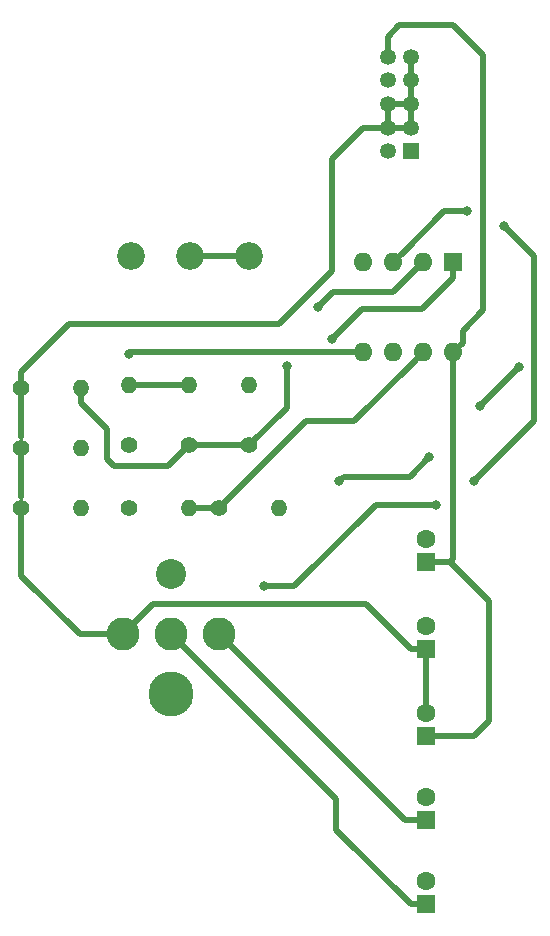
<source format=gbr>
G04 #@! TF.GenerationSoftware,KiCad,Pcbnew,(5.1.4)-1*
G04 #@! TF.CreationDate,2019-10-01T00:12:14+07:00*
G04 #@! TF.ProjectId,Microphone-PreAmp,4d696372-6f70-4686-9f6e-652d50726541,rev?*
G04 #@! TF.SameCoordinates,Original*
G04 #@! TF.FileFunction,Copper,L1,Top*
G04 #@! TF.FilePolarity,Positive*
%FSLAX46Y46*%
G04 Gerber Fmt 4.6, Leading zero omitted, Abs format (unit mm)*
G04 Created by KiCad (PCBNEW (5.1.4)-1) date 2019-10-01 00:12:14*
%MOMM*%
%LPD*%
G04 APERTURE LIST*
%ADD10R,1.600000X1.600000*%
%ADD11C,1.600000*%
%ADD12C,1.350000*%
%ADD13R,1.350000X1.350000*%
%ADD14C,3.810000*%
%ADD15C,2.790000*%
%ADD16C,2.540000*%
%ADD17C,1.400000*%
%ADD18O,1.400000X1.400000*%
%ADD19O,1.600000X1.600000*%
%ADD20C,2.340000*%
%ADD21C,0.800000*%
%ADD22C,0.500000*%
%ADD23C,0.250000*%
G04 APERTURE END LIST*
D10*
X93726000Y-101854000D03*
D11*
X93726000Y-99854000D03*
D10*
X93726000Y-123444000D03*
D11*
X93726000Y-121444000D03*
X93726000Y-114332000D03*
D10*
X93726000Y-116332000D03*
D11*
X93726000Y-107220000D03*
D10*
X93726000Y-109220000D03*
D11*
X93726000Y-92488000D03*
D10*
X93726000Y-94488000D03*
D12*
X90456000Y-51690000D03*
X90456000Y-53690000D03*
X90456000Y-55690000D03*
X90456000Y-57690000D03*
X90456000Y-59690000D03*
X92456000Y-51690000D03*
X92456000Y-53690000D03*
X92456000Y-55690000D03*
X92456000Y-57690000D03*
D13*
X92456000Y-59690000D03*
D14*
X72132000Y-105664000D03*
D15*
X72132000Y-100584000D03*
D16*
X72132000Y-95504000D03*
D15*
X76202000Y-100584000D03*
X68072000Y-100584000D03*
D17*
X59436000Y-89916000D03*
D18*
X64516000Y-89916000D03*
X64516000Y-84836000D03*
D17*
X59436000Y-84836000D03*
X73660000Y-84582000D03*
D18*
X73660000Y-79502000D03*
D17*
X59436000Y-79756000D03*
D18*
X64516000Y-79756000D03*
X68580000Y-79502000D03*
D17*
X68580000Y-84582000D03*
D18*
X78740000Y-79502000D03*
D17*
X78740000Y-84582000D03*
X68580000Y-89916000D03*
D18*
X73660000Y-89916000D03*
X81280000Y-89916000D03*
D17*
X76200000Y-89916000D03*
D19*
X96012000Y-76708000D03*
X88392000Y-69088000D03*
X93472000Y-76708000D03*
X90932000Y-69088000D03*
X90932000Y-76708000D03*
X93472000Y-69088000D03*
X88392000Y-76708000D03*
D10*
X96012000Y-69088000D03*
D20*
X78740000Y-68580000D03*
X73740000Y-68580000D03*
X68740000Y-68580000D03*
D21*
X80010000Y-96520000D03*
X94549990Y-89600010D03*
X97790000Y-87630000D03*
X100330000Y-66040000D03*
X97155000Y-64770000D03*
X68580000Y-76835000D03*
X86360000Y-87630000D03*
X93980000Y-85598000D03*
X98298000Y-81280000D03*
X101600000Y-77978000D03*
X81915000Y-77851000D03*
X84582000Y-72898000D03*
X85725000Y-75565000D03*
D22*
X92426000Y-123444000D02*
X93726000Y-123444000D01*
X86104000Y-117122000D02*
X92426000Y-123444000D01*
X86104000Y-114556000D02*
X86104000Y-117122000D01*
X86104000Y-114556000D02*
X72132000Y-100584000D01*
X90932000Y-69088000D02*
X91731999Y-68288001D01*
X91731999Y-68288001D02*
X95250000Y-64770000D01*
X95250000Y-64770000D02*
X97155000Y-64770000D01*
X80010000Y-96520000D02*
X82484990Y-96520000D01*
X82550000Y-96520000D02*
X89469990Y-89600010D01*
X82484990Y-96520000D02*
X82550000Y-96520000D01*
X97155000Y-64770000D02*
X97155000Y-64770000D01*
X89469990Y-89600010D02*
X94549990Y-89600010D01*
X94549990Y-89600010D02*
X94549990Y-89600010D01*
X101600000Y-83820000D02*
X97790000Y-87630000D01*
X102870000Y-82550000D02*
X101600000Y-83820000D01*
X100330000Y-66040000D02*
X100330000Y-66040000D01*
X102870000Y-68580000D02*
X102870000Y-82550000D01*
X100330000Y-66040000D02*
X102870000Y-68580000D01*
X97155000Y-64770000D02*
X97155000Y-64770000D01*
X88392000Y-76708000D02*
X68707000Y-76708000D01*
X91950000Y-116332000D02*
X76202000Y-100584000D01*
X93726000Y-116332000D02*
X91950000Y-116332000D01*
X59436000Y-89916000D02*
X59436000Y-95631000D01*
X64389000Y-100584000D02*
X68072000Y-100584000D01*
X59436000Y-95631000D02*
X64389000Y-100584000D01*
X59436000Y-88926051D02*
X59436000Y-84836000D01*
D23*
X59436000Y-89916000D02*
X59436000Y-88926051D01*
D22*
X59436000Y-83846051D02*
X59436000Y-79756000D01*
D23*
X59436000Y-84836000D02*
X59436000Y-83846051D01*
D22*
X59436000Y-78359000D02*
X59436000Y-79756000D01*
X63500000Y-74295000D02*
X59436000Y-78359000D01*
X81280000Y-74295000D02*
X63500000Y-74295000D01*
X90456000Y-57690000D02*
X88360000Y-57690000D01*
X88360000Y-57690000D02*
X85725000Y-60325000D01*
X85725000Y-60325000D02*
X85725000Y-69850000D01*
X85725000Y-69850000D02*
X84137500Y-71437500D01*
X84137500Y-71437500D02*
X81280000Y-74295000D01*
X90456000Y-57690000D02*
X92456000Y-57690000D01*
X92456000Y-57690000D02*
X92456000Y-55690000D01*
X92456000Y-55690000D02*
X90456000Y-55690000D01*
X90456000Y-55690000D02*
X90456000Y-57690000D01*
X92456000Y-55690000D02*
X92456000Y-53690000D01*
X92456000Y-53690000D02*
X92456000Y-51690000D01*
X93726000Y-107220000D02*
X93726000Y-101854000D01*
X68072000Y-100584000D02*
X70612000Y-98044000D01*
X92426000Y-101854000D02*
X93726000Y-101854000D01*
X88616000Y-98044000D02*
X92426000Y-101854000D01*
X70612000Y-98044000D02*
X88616000Y-98044000D01*
X97790000Y-109220000D02*
X93726000Y-109220000D01*
X99060000Y-107950000D02*
X97790000Y-109220000D01*
X99060000Y-97790000D02*
X99060000Y-107950000D01*
X93726000Y-94488000D02*
X95758000Y-94488000D01*
X95758000Y-94488000D02*
X99060000Y-97790000D01*
X96012000Y-94234000D02*
X96012000Y-76708000D01*
X95758000Y-94488000D02*
X96012000Y-94234000D01*
X96811999Y-75908001D02*
X96012000Y-76708000D01*
X96811999Y-74892001D02*
X96811999Y-75908001D01*
X90456000Y-50006000D02*
X91440000Y-49022000D01*
X90456000Y-51690000D02*
X90456000Y-50006000D01*
X91440000Y-49022000D02*
X96012000Y-49022000D01*
X96012000Y-49022000D02*
X98552000Y-51562000D01*
X98552000Y-51562000D02*
X98552000Y-73152000D01*
X98552000Y-73152000D02*
X96811999Y-74892001D01*
X86759999Y-87230001D02*
X92347999Y-87230001D01*
X86360000Y-87630000D02*
X86759999Y-87230001D01*
X92347999Y-87230001D02*
X93980000Y-85598000D01*
X93980000Y-85598000D02*
X93980000Y-85598000D01*
X101600000Y-77978000D02*
X101600000Y-77978000D01*
X98298000Y-81280000D02*
X101600000Y-77978000D01*
X64516000Y-79756000D02*
X64516000Y-81026000D01*
X64516000Y-81026000D02*
X66675000Y-83185000D01*
X66675000Y-83185000D02*
X66675000Y-85725000D01*
X66675000Y-85725000D02*
X67310000Y-86360000D01*
X71882000Y-86360000D02*
X73660000Y-84582000D01*
X67310000Y-86360000D02*
X71882000Y-86360000D01*
X73660000Y-84582000D02*
X78740000Y-84582000D01*
X78740000Y-84582000D02*
X81915000Y-81407000D01*
X81915000Y-81407000D02*
X81915000Y-77851000D01*
X81915000Y-77851000D02*
X81915000Y-77851000D01*
X84582000Y-72898000D02*
X85852000Y-71628000D01*
X90932000Y-71628000D02*
X93472000Y-69088000D01*
X85852000Y-71628000D02*
X90932000Y-71628000D01*
X68580000Y-79502000D02*
X73660000Y-79502000D01*
X96012000Y-70388000D02*
X96012000Y-69088000D01*
X93375000Y-73025000D02*
X96012000Y-70388000D01*
X88265000Y-73025000D02*
X93375000Y-73025000D01*
X85725000Y-75565000D02*
X88265000Y-73025000D01*
X78740000Y-68580000D02*
X73740000Y-68580000D01*
X73660000Y-89916000D02*
X76200000Y-89916000D01*
X92672001Y-77507999D02*
X93472000Y-76708000D01*
X87630000Y-82550000D02*
X92672001Y-77507999D01*
X83566000Y-82550000D02*
X87630000Y-82550000D01*
X76200000Y-89916000D02*
X83566000Y-82550000D01*
M02*

</source>
